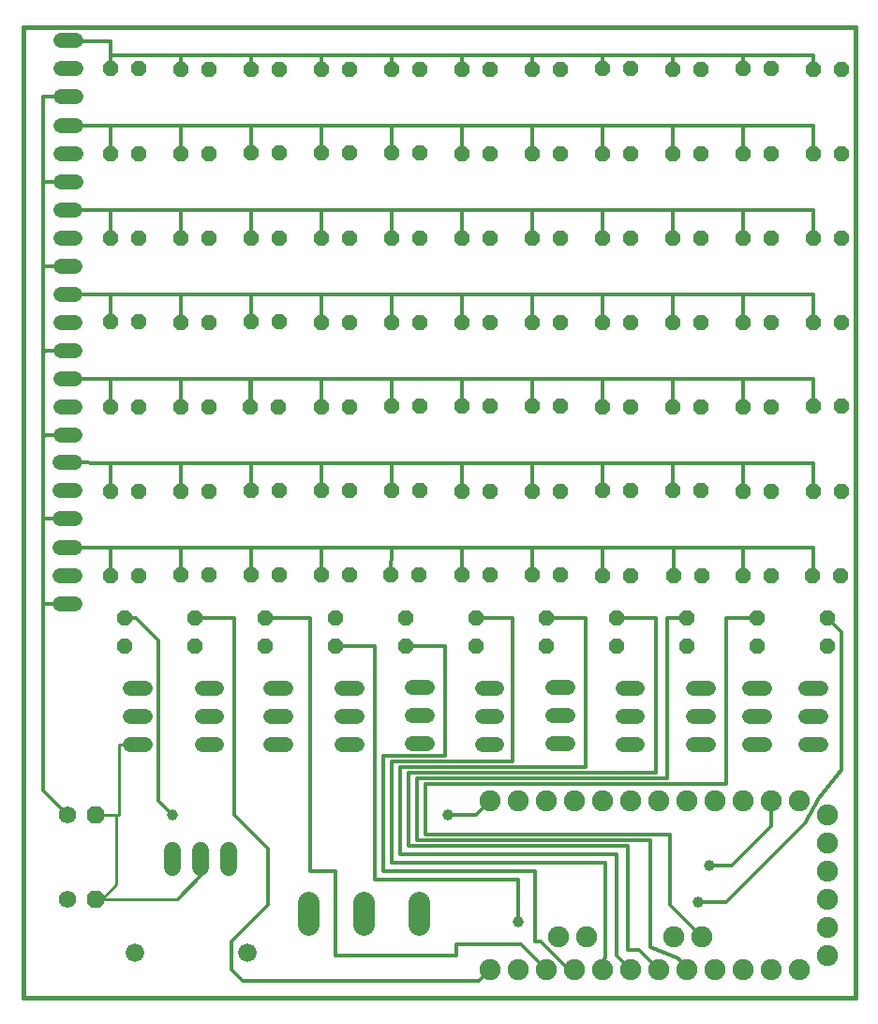
<source format=gtl>
G75*
G70*
%OFA0B0*%
%FSLAX24Y24*%
%IPPOS*%
%LPD*%
%AMOC8*
5,1,8,0,0,1.08239X$1,22.5*
%
%ADD10C,0.0160*%
%ADD11OC8,0.0520*%
%ADD12C,0.0520*%
%ADD13C,0.0748*%
%ADD14C,0.0600*%
%ADD15OC8,0.0620*%
%ADD16C,0.0620*%
%ADD17C,0.0660*%
%ADD18C,0.0780*%
%ADD19C,0.0120*%
%ADD20C,0.0100*%
%ADD21C,0.0396*%
D10*
X000397Y000180D02*
X000397Y034680D01*
X029997Y034680D01*
X029997Y000180D01*
X000397Y000180D01*
D11*
X003997Y012680D03*
X003997Y013680D03*
X004493Y015173D03*
X003493Y015173D03*
X006003Y015193D03*
X007003Y015193D03*
X006497Y013680D03*
X006497Y012680D03*
X008997Y012680D03*
X008997Y013680D03*
X008497Y015195D03*
X009497Y015195D03*
X010997Y015190D03*
X011997Y015190D03*
X013487Y015190D03*
X014487Y015190D03*
X013997Y013680D03*
X013997Y012680D03*
X016007Y015185D03*
X017007Y015185D03*
X016497Y013680D03*
X016497Y012680D03*
X018997Y012680D03*
X018997Y013680D03*
X018512Y015190D03*
X019512Y015190D03*
X020992Y015180D03*
X021992Y015180D03*
X023527Y015175D03*
X024527Y015175D03*
X023997Y013680D03*
X023997Y012680D03*
X026007Y015170D03*
X027007Y015170D03*
X026497Y013680D03*
X026497Y012680D03*
X028997Y012680D03*
X028997Y013680D03*
X029487Y015175D03*
X028487Y015175D03*
X028497Y018180D03*
X029497Y018180D03*
X026997Y018180D03*
X025997Y018180D03*
X024492Y018195D03*
X023492Y018195D03*
X022007Y018185D03*
X021007Y018185D03*
X019502Y018180D03*
X018502Y018180D03*
X017002Y018175D03*
X016002Y018175D03*
X014497Y018210D03*
X013497Y018210D03*
X011992Y018195D03*
X010992Y018195D03*
X009502Y018185D03*
X008502Y018185D03*
X006991Y018165D03*
X005991Y018165D03*
X004501Y018175D03*
X003501Y018175D03*
X003504Y021182D03*
X004504Y021182D03*
X005999Y021177D03*
X006999Y021177D03*
X008487Y021175D03*
X009487Y021175D03*
X010992Y021180D03*
X011992Y021180D03*
X013497Y021190D03*
X014497Y021190D03*
X015997Y021185D03*
X016997Y021185D03*
X018492Y021185D03*
X019492Y021185D03*
X020992Y021180D03*
X021992Y021180D03*
X023507Y021180D03*
X024507Y021180D03*
X025997Y021175D03*
X026997Y021175D03*
X028502Y021190D03*
X029502Y021190D03*
X029497Y024175D03*
X028497Y024175D03*
X026992Y024180D03*
X025992Y024180D03*
X024497Y024170D03*
X023497Y024170D03*
X021997Y024180D03*
X020997Y024180D03*
X019497Y024175D03*
X018497Y024175D03*
X017007Y024175D03*
X016007Y024175D03*
X014492Y024180D03*
X013492Y024180D03*
X011997Y024180D03*
X010997Y024180D03*
X009492Y024190D03*
X008492Y024190D03*
X006992Y024174D03*
X005992Y024174D03*
X004497Y024184D03*
X003497Y024184D03*
X003495Y027176D03*
X004495Y027176D03*
X006003Y027180D03*
X007003Y027180D03*
X008497Y027180D03*
X009497Y027180D03*
X011007Y027180D03*
X012007Y027180D03*
X013497Y027180D03*
X014497Y027180D03*
X015997Y027180D03*
X016997Y027180D03*
X018497Y027180D03*
X019497Y027180D03*
X020997Y027180D03*
X021997Y027180D03*
X023497Y027180D03*
X024497Y027180D03*
X025997Y027180D03*
X026997Y027180D03*
X028497Y027180D03*
X029497Y027180D03*
X029492Y030170D03*
X028492Y030170D03*
X026997Y030175D03*
X025997Y030175D03*
X024502Y030175D03*
X023502Y030175D03*
X021997Y030175D03*
X020997Y030175D03*
X019502Y030180D03*
X018502Y030180D03*
X016992Y030170D03*
X015992Y030170D03*
X014502Y030185D03*
X013502Y030185D03*
X011992Y030195D03*
X010992Y030195D03*
X009502Y030190D03*
X008502Y030190D03*
X006997Y030180D03*
X005997Y030180D03*
X004499Y030182D03*
X003499Y030182D03*
X003492Y033189D03*
X004492Y033189D03*
X005992Y033180D03*
X006992Y033180D03*
X008497Y033180D03*
X009497Y033180D03*
X010997Y033175D03*
X011997Y033175D03*
X013502Y033180D03*
X014502Y033180D03*
X015997Y033180D03*
X016997Y033180D03*
X018497Y033180D03*
X019497Y033180D03*
X020992Y033185D03*
X021992Y033185D03*
X023502Y033175D03*
X024502Y033175D03*
X025997Y033185D03*
X026997Y033185D03*
X028492Y033175D03*
X029492Y033175D03*
X021497Y013680D03*
X021497Y012680D03*
X011497Y012680D03*
X011497Y013680D03*
D12*
X011738Y011182D02*
X012258Y011182D01*
X012258Y010182D02*
X011738Y010182D01*
X011738Y009182D02*
X012258Y009182D01*
X014243Y009186D02*
X014763Y009186D01*
X014763Y010186D02*
X014243Y010186D01*
X014243Y011186D02*
X014763Y011186D01*
X016728Y011181D02*
X017248Y011181D01*
X017248Y010181D02*
X016728Y010181D01*
X016728Y009181D02*
X017248Y009181D01*
X019243Y009185D02*
X019763Y009185D01*
X019763Y010185D02*
X019243Y010185D01*
X019243Y011185D02*
X019763Y011185D01*
X021729Y011182D02*
X022249Y011182D01*
X022249Y010182D02*
X021729Y010182D01*
X021729Y009182D02*
X022249Y009182D01*
X024239Y009177D02*
X024759Y009177D01*
X024759Y010177D02*
X024239Y010177D01*
X024239Y011177D02*
X024759Y011177D01*
X026239Y011161D02*
X026759Y011161D01*
X026759Y010161D02*
X026239Y010161D01*
X026239Y009161D02*
X026759Y009161D01*
X028237Y009180D02*
X028757Y009180D01*
X028757Y010180D02*
X028237Y010180D01*
X028237Y011180D02*
X028757Y011180D01*
X009733Y011177D02*
X009213Y011177D01*
X009213Y010177D02*
X009733Y010177D01*
X009733Y009177D02*
X009213Y009177D01*
X007283Y009181D02*
X006763Y009181D01*
X006763Y010181D02*
X007283Y010181D01*
X007283Y011181D02*
X006763Y011181D01*
X004723Y011171D02*
X004203Y011171D01*
X004203Y010171D02*
X004723Y010171D01*
X004723Y009171D02*
X004203Y009171D01*
X002234Y014181D02*
X001714Y014181D01*
X001714Y015181D02*
X002234Y015181D01*
X002234Y016181D02*
X001714Y016181D01*
X001707Y017184D02*
X002227Y017184D01*
X002227Y018184D02*
X001707Y018184D01*
X001707Y019184D02*
X002227Y019184D01*
X002255Y020181D02*
X001735Y020181D01*
X001735Y021181D02*
X002255Y021181D01*
X002255Y022181D02*
X001735Y022181D01*
X001733Y023175D02*
X002253Y023175D01*
X002253Y024175D02*
X001733Y024175D01*
X001733Y025175D02*
X002253Y025175D01*
X002245Y026176D02*
X001725Y026176D01*
X001725Y027176D02*
X002245Y027176D01*
X002245Y028176D02*
X001725Y028176D01*
X001738Y029183D02*
X002258Y029183D01*
X002258Y030183D02*
X001738Y030183D01*
X001738Y031183D02*
X002258Y031183D01*
X002266Y032185D02*
X001746Y032185D01*
X001746Y033185D02*
X002266Y033185D01*
X002266Y034185D02*
X001746Y034185D01*
D13*
X016997Y007180D03*
X017997Y007180D03*
X018997Y007180D03*
X019997Y007180D03*
X020997Y007180D03*
X021997Y007180D03*
X022997Y007180D03*
X023997Y007180D03*
X024997Y007180D03*
X025997Y007180D03*
X026997Y007180D03*
X027997Y007180D03*
X028997Y006680D03*
X028997Y005680D03*
X028997Y004680D03*
X028997Y003680D03*
X028997Y002680D03*
X028997Y001680D03*
X027997Y001180D03*
X026997Y001180D03*
X025997Y001180D03*
X024997Y001180D03*
X023997Y001180D03*
X022997Y001180D03*
X021997Y001180D03*
X020997Y001180D03*
X020447Y002330D03*
X019447Y002330D03*
X018997Y001180D03*
X017997Y001180D03*
X016997Y001180D03*
X019997Y001180D03*
X023547Y002330D03*
X024547Y002330D03*
D14*
X007707Y004805D02*
X007707Y005405D01*
X006707Y005405D02*
X006707Y004805D01*
X005707Y004805D02*
X005707Y005405D01*
D15*
X002957Y006680D03*
X002957Y003680D03*
D16*
X001957Y003680D03*
X001957Y006680D03*
D17*
X004367Y001755D03*
X008367Y001755D03*
D18*
X010527Y002780D02*
X010527Y003560D01*
X012497Y003560D02*
X012497Y002780D01*
X014467Y002780D02*
X014467Y003560D01*
D19*
X013197Y004680D02*
X018597Y004680D01*
X018597Y002180D01*
X018797Y002180D01*
X019697Y001280D01*
X019897Y001280D01*
X019997Y001180D01*
X018997Y001180D02*
X018097Y002080D01*
X015797Y002080D01*
X015797Y001680D01*
X011497Y001680D01*
X011497Y004680D01*
X010597Y004680D01*
X010597Y013680D01*
X008997Y013680D01*
X007897Y013680D02*
X007897Y006680D01*
X009097Y005480D01*
X009097Y003480D01*
X007797Y002180D01*
X007797Y001180D01*
X008197Y000780D01*
X016597Y000780D01*
X016997Y001180D01*
X017997Y002880D02*
X017997Y004380D01*
X012897Y004380D01*
X012897Y012680D01*
X011497Y012680D01*
X010997Y015190D02*
X010997Y016180D01*
X013497Y016180D01*
X015997Y016180D01*
X018497Y016180D01*
X020997Y016180D01*
X023527Y016180D01*
X026007Y016180D01*
X028497Y016180D01*
X028497Y015180D01*
X028496Y015178D01*
X028495Y015176D01*
X028492Y015175D01*
X028487Y015175D01*
X028997Y013680D02*
X029497Y013180D01*
X029497Y008280D01*
X028697Y007280D01*
X028197Y006380D01*
X025397Y003580D01*
X024397Y003580D01*
X023397Y003480D02*
X024547Y002330D01*
X023697Y001580D02*
X023997Y001180D01*
X023697Y001580D02*
X022697Y001980D01*
X022697Y005780D01*
X014397Y005780D01*
X014397Y007980D01*
X023297Y007980D01*
X023297Y013680D01*
X023997Y013680D01*
X022897Y013680D02*
X022897Y008180D01*
X014097Y008180D01*
X014097Y005580D01*
X021897Y005580D01*
X021897Y001880D01*
X022297Y001880D01*
X022997Y001180D01*
X021997Y001180D02*
X021497Y001680D01*
X021497Y005280D01*
X013797Y005280D01*
X013797Y008380D01*
X020397Y008380D01*
X020397Y013680D01*
X018997Y013680D01*
X017797Y013680D02*
X017797Y008580D01*
X013497Y008580D01*
X013497Y004980D01*
X021097Y004980D01*
X021097Y001680D01*
X020997Y001180D01*
X023397Y003480D02*
X023397Y005980D01*
X014697Y005980D01*
X014697Y007780D01*
X025397Y007780D01*
X025397Y013680D01*
X026497Y013680D01*
X026007Y015170D02*
X026007Y016180D01*
X025997Y018180D02*
X025997Y019180D01*
X028497Y019180D01*
X028497Y018180D01*
X025997Y019180D02*
X023497Y019180D01*
X023492Y018195D01*
X023497Y019180D02*
X020997Y019180D01*
X021007Y018185D01*
X020997Y019180D02*
X018497Y019180D01*
X018502Y018180D01*
X018497Y019180D02*
X015997Y019180D01*
X016002Y018175D01*
X015997Y019180D02*
X013497Y019180D01*
X013497Y018210D01*
X013497Y019180D02*
X010997Y019180D01*
X010992Y019175D01*
X010992Y018195D01*
X010997Y019180D02*
X008497Y019180D01*
X008502Y018185D01*
X008497Y019180D02*
X005997Y019180D01*
X005997Y018180D01*
X005991Y018174D01*
X005991Y018165D01*
X005997Y019180D02*
X003497Y019180D01*
X003501Y018175D01*
X003497Y019180D02*
X001967Y019184D01*
X001995Y020181D02*
X001198Y020181D01*
X001097Y020080D01*
X001097Y017180D01*
X001101Y017184D01*
X001967Y017184D01*
X001097Y017180D02*
X001097Y014180D01*
X001997Y014180D01*
X001997Y014181D01*
X001974Y014181D01*
X001097Y014180D02*
X001097Y007540D01*
X001957Y006680D01*
X005197Y007180D02*
X005697Y006680D01*
X005197Y007180D02*
X005197Y012880D01*
X004397Y013680D01*
X003997Y013680D01*
X003493Y015173D02*
X003497Y016180D01*
X005997Y016180D01*
X008497Y016180D01*
X010997Y016180D01*
X013497Y016180D02*
X013487Y015190D01*
X013997Y012680D02*
X015397Y012680D01*
X015397Y008780D01*
X013197Y008780D01*
X013197Y004680D01*
X015497Y006680D02*
X016497Y006680D01*
X016997Y007180D01*
X016497Y013680D02*
X017797Y013680D01*
X018512Y015190D02*
X018497Y016180D01*
X015997Y016180D02*
X016007Y015185D01*
X020992Y015180D02*
X020997Y016180D01*
X023527Y016180D02*
X023527Y015175D01*
X022897Y013680D02*
X021497Y013680D01*
X026997Y007180D02*
X026997Y006280D01*
X025597Y004880D01*
X024797Y004880D01*
X025997Y021175D02*
X025997Y022180D01*
X023497Y022180D01*
X023507Y021180D01*
X023497Y021190D01*
X023497Y022180D01*
X023507Y022170D01*
X023507Y021180D01*
X023497Y022180D02*
X020997Y022180D01*
X020997Y021185D01*
X020992Y021180D01*
X020992Y022175D01*
X020997Y022180D01*
X018497Y022180D01*
X018497Y021190D01*
X018492Y021185D01*
X018492Y022175D01*
X018497Y022180D01*
X015997Y022180D01*
X015997Y021185D01*
X015997Y022180D02*
X013497Y022180D01*
X013497Y021190D01*
X013497Y022180D02*
X010997Y022180D01*
X010997Y021185D01*
X010992Y021180D01*
X010992Y022175D01*
X010997Y022180D01*
X008497Y022180D01*
X008497Y021185D01*
X008487Y021175D01*
X008487Y022170D01*
X008497Y022180D01*
X005997Y022180D01*
X005997Y021179D01*
X005999Y021177D01*
X005999Y022178D01*
X005997Y022180D01*
X003497Y022180D01*
X003497Y021189D01*
X003504Y021182D01*
X003504Y022173D01*
X003497Y022180D01*
X001996Y022180D01*
X001995Y022181D01*
X001993Y023175D02*
X001192Y023175D01*
X001097Y023080D01*
X001097Y020080D01*
X001097Y023080D02*
X001097Y026180D01*
X001102Y026176D01*
X001985Y026176D01*
X001097Y026180D02*
X001097Y029180D01*
X001097Y029183D01*
X001998Y029183D01*
X001998Y029180D01*
X001097Y029180D01*
X001097Y029183D02*
X001097Y032185D01*
X002006Y032185D01*
X001998Y031183D02*
X003497Y031180D01*
X005997Y031180D01*
X008497Y031180D01*
X010997Y031180D01*
X013497Y031180D01*
X015997Y031180D01*
X018497Y031180D01*
X020997Y031180D01*
X023497Y031180D01*
X025997Y031180D01*
X028497Y031180D01*
X028492Y030170D01*
X028497Y028180D02*
X028497Y027180D01*
X028497Y028180D02*
X025997Y028180D01*
X025997Y027180D01*
X025997Y028180D02*
X023497Y028180D01*
X023497Y027180D01*
X023497Y028180D02*
X020997Y028180D01*
X020997Y027180D01*
X020997Y028180D02*
X018497Y028180D01*
X018497Y027180D01*
X018497Y028180D02*
X015997Y028180D01*
X015997Y027180D01*
X015997Y028180D02*
X013497Y028180D01*
X013497Y027180D01*
X013497Y028180D02*
X010997Y028180D01*
X010997Y027190D01*
X011007Y027180D01*
X011007Y028170D01*
X010997Y028180D01*
X008497Y028180D01*
X008497Y027180D01*
X008497Y028180D02*
X005997Y028180D01*
X005997Y027186D01*
X006003Y027180D01*
X006003Y028174D01*
X005997Y028180D01*
X003497Y028180D01*
X003497Y027179D01*
X003495Y027176D01*
X003495Y028178D01*
X003497Y028180D01*
X001990Y028180D01*
X001985Y028176D01*
X003499Y030182D02*
X003497Y031180D01*
X003492Y033189D02*
X003497Y034180D01*
X002997Y034180D01*
X002006Y034185D01*
X003497Y033680D02*
X003492Y033189D01*
X003497Y033680D02*
X005997Y033680D01*
X008497Y033680D01*
X010997Y033680D01*
X013497Y033680D01*
X015997Y033680D01*
X018497Y033680D01*
X020997Y033680D01*
X023497Y033680D01*
X025997Y033680D01*
X028497Y033680D01*
X028492Y033175D01*
X025997Y033185D02*
X025997Y033680D01*
X025997Y031180D02*
X025997Y030175D01*
X023502Y030175D02*
X023497Y031180D01*
X023502Y033175D02*
X023497Y033680D01*
X020997Y033680D02*
X020992Y033185D01*
X020997Y031180D02*
X020997Y030175D01*
X018502Y030180D02*
X018497Y031180D01*
X018497Y033180D02*
X018497Y033680D01*
X015997Y033680D02*
X015997Y033180D01*
X015997Y031180D02*
X015992Y030170D01*
X013502Y030185D02*
X013497Y031180D01*
X013502Y033180D02*
X013497Y033680D01*
X010997Y033680D02*
X010997Y033175D01*
X010997Y031180D02*
X010992Y030195D01*
X008502Y030190D02*
X008497Y031180D01*
X008497Y033180D02*
X008497Y033680D01*
X005997Y033680D02*
X005992Y033180D01*
X005997Y031180D02*
X005997Y030180D01*
X005997Y025180D02*
X003497Y025180D01*
X003497Y024185D01*
X003497Y024184D01*
X003497Y025180D01*
X003497Y025180D01*
X001997Y025180D01*
X001997Y025179D01*
X001993Y025175D01*
X005992Y025175D02*
X005992Y024174D01*
X005997Y024180D01*
X005997Y025180D01*
X008497Y025180D01*
X010997Y025180D01*
X013497Y025180D01*
X015997Y025180D01*
X018497Y025180D01*
X020997Y025180D01*
X023497Y025180D01*
X025997Y025180D01*
X028497Y025180D01*
X028497Y024175D01*
X028497Y022180D02*
X025997Y022180D01*
X025992Y024180D02*
X025997Y024185D01*
X025997Y025180D01*
X025992Y025175D01*
X025992Y024180D01*
X023497Y024170D02*
X023497Y025180D01*
X020997Y025180D02*
X020997Y024180D01*
X018497Y024175D02*
X018497Y025180D01*
X016007Y025170D02*
X016007Y024175D01*
X015997Y024185D01*
X015997Y025180D01*
X016007Y025170D01*
X013497Y025180D02*
X013497Y024180D01*
X013492Y024180D01*
X013492Y025175D01*
X013497Y025180D01*
X010997Y025180D02*
X010997Y024180D01*
X008497Y024195D02*
X008497Y025180D01*
X008492Y025175D01*
X008492Y024190D01*
X008497Y024195D01*
X005997Y025180D02*
X005992Y025175D01*
X005997Y016180D02*
X006003Y015193D01*
X006497Y013680D02*
X007897Y013680D01*
X008497Y015195D02*
X008497Y016180D01*
X003497Y016180D02*
X001974Y016181D01*
X006707Y005105D02*
X006707Y004490D01*
X005897Y003680D01*
X028502Y021190D02*
X028497Y022180D01*
D20*
X005897Y003680D02*
X003197Y003680D01*
X003714Y004197D01*
X003714Y006663D01*
X003697Y006680D01*
X003812Y006680D01*
X003812Y009171D01*
X004463Y009171D01*
X003697Y006680D02*
X002957Y006680D01*
X002957Y003680D02*
X003197Y003680D01*
D21*
X005697Y006680D03*
X015497Y006680D03*
X017997Y002880D03*
X024397Y003580D03*
X024797Y004880D03*
M02*

</source>
